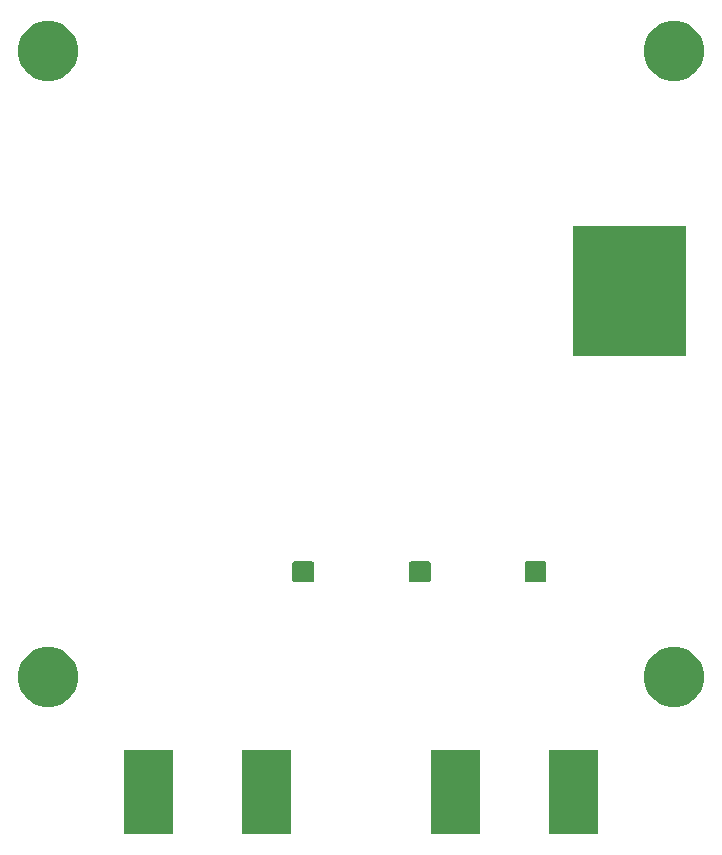
<source format=gbs>
G04 #@! TF.GenerationSoftware,KiCad,Pcbnew,(5.1.4)-1*
G04 #@! TF.CreationDate,2020-03-14T09:34:49+01:00*
G04 #@! TF.ProjectId,wave_gen_amp,77617665-5f67-4656-9e5f-616d702e6b69,rev?*
G04 #@! TF.SameCoordinates,Original*
G04 #@! TF.FileFunction,Soldermask,Bot*
G04 #@! TF.FilePolarity,Negative*
%FSLAX46Y46*%
G04 Gerber Fmt 4.6, Leading zero omitted, Abs format (unit mm)*
G04 Created by KiCad (PCBNEW (5.1.4)-1) date 2020-03-14 09:34:49*
%MOMM*%
%LPD*%
G04 APERTURE LIST*
%ADD10C,0.100000*%
G04 APERTURE END LIST*
D10*
G36*
X176051000Y-125801200D02*
G01*
X171949000Y-125801200D01*
X171949000Y-118699200D01*
X176051000Y-118699200D01*
X176051000Y-125801200D01*
X176051000Y-125801200D01*
G37*
G36*
X150051000Y-125801200D02*
G01*
X145949000Y-125801200D01*
X145949000Y-118699200D01*
X150051000Y-118699200D01*
X150051000Y-125801200D01*
X150051000Y-125801200D01*
G37*
G36*
X160051000Y-125801200D02*
G01*
X155949000Y-125801200D01*
X155949000Y-118699200D01*
X160051000Y-118699200D01*
X160051000Y-125801200D01*
X160051000Y-125801200D01*
G37*
G36*
X186051000Y-125801200D02*
G01*
X181949000Y-125801200D01*
X181949000Y-118699200D01*
X186051000Y-118699200D01*
X186051000Y-125801200D01*
X186051000Y-125801200D01*
G37*
G36*
X140244098Y-110047033D02*
G01*
X140708350Y-110239332D01*
X140708352Y-110239333D01*
X141126168Y-110518509D01*
X141481491Y-110873832D01*
X141760667Y-111291648D01*
X141760668Y-111291650D01*
X141952967Y-111755902D01*
X142051000Y-112248747D01*
X142051000Y-112751253D01*
X141952967Y-113244098D01*
X141760668Y-113708350D01*
X141760667Y-113708352D01*
X141481491Y-114126168D01*
X141126168Y-114481491D01*
X140708352Y-114760667D01*
X140708351Y-114760668D01*
X140708350Y-114760668D01*
X140244098Y-114952967D01*
X139751253Y-115051000D01*
X139248747Y-115051000D01*
X138755902Y-114952967D01*
X138291650Y-114760668D01*
X138291649Y-114760668D01*
X138291648Y-114760667D01*
X137873832Y-114481491D01*
X137518509Y-114126168D01*
X137239333Y-113708352D01*
X137239332Y-113708350D01*
X137047033Y-113244098D01*
X136949000Y-112751253D01*
X136949000Y-112248747D01*
X137047033Y-111755902D01*
X137239332Y-111291650D01*
X137239333Y-111291648D01*
X137518509Y-110873832D01*
X137873832Y-110518509D01*
X138291648Y-110239333D01*
X138291650Y-110239332D01*
X138755902Y-110047033D01*
X139248747Y-109949000D01*
X139751253Y-109949000D01*
X140244098Y-110047033D01*
X140244098Y-110047033D01*
G37*
G36*
X193244098Y-110047033D02*
G01*
X193708350Y-110239332D01*
X193708352Y-110239333D01*
X194126168Y-110518509D01*
X194481491Y-110873832D01*
X194760667Y-111291648D01*
X194760668Y-111291650D01*
X194952967Y-111755902D01*
X195051000Y-112248747D01*
X195051000Y-112751253D01*
X194952967Y-113244098D01*
X194760668Y-113708350D01*
X194760667Y-113708352D01*
X194481491Y-114126168D01*
X194126168Y-114481491D01*
X193708352Y-114760667D01*
X193708351Y-114760668D01*
X193708350Y-114760668D01*
X193244098Y-114952967D01*
X192751253Y-115051000D01*
X192248747Y-115051000D01*
X191755902Y-114952967D01*
X191291650Y-114760668D01*
X191291649Y-114760668D01*
X191291648Y-114760667D01*
X190873832Y-114481491D01*
X190518509Y-114126168D01*
X190239333Y-113708352D01*
X190239332Y-113708350D01*
X190047033Y-113244098D01*
X189949000Y-112751253D01*
X189949000Y-112248747D01*
X190047033Y-111755902D01*
X190239332Y-111291650D01*
X190239333Y-111291648D01*
X190518509Y-110873832D01*
X190873832Y-110518509D01*
X191291648Y-110239333D01*
X191291650Y-110239332D01*
X191755902Y-110047033D01*
X192248747Y-109949000D01*
X192751253Y-109949000D01*
X193244098Y-110047033D01*
X193244098Y-110047033D01*
G37*
G36*
X181558698Y-102702987D02*
G01*
X181591724Y-102713005D01*
X181622159Y-102729273D01*
X181648835Y-102751165D01*
X181670727Y-102777841D01*
X181686995Y-102808276D01*
X181697013Y-102841302D01*
X181701000Y-102881784D01*
X181701000Y-104318216D01*
X181697013Y-104358698D01*
X181686995Y-104391724D01*
X181670727Y-104422159D01*
X181648835Y-104448835D01*
X181622159Y-104470727D01*
X181591724Y-104486995D01*
X181558698Y-104497013D01*
X181518216Y-104501000D01*
X180081784Y-104501000D01*
X180041302Y-104497013D01*
X180008276Y-104486995D01*
X179977841Y-104470727D01*
X179951165Y-104448835D01*
X179929273Y-104422159D01*
X179913005Y-104391724D01*
X179902987Y-104358698D01*
X179899000Y-104318216D01*
X179899000Y-102881784D01*
X179902987Y-102841302D01*
X179913005Y-102808276D01*
X179929273Y-102777841D01*
X179951165Y-102751165D01*
X179977841Y-102729273D01*
X180008276Y-102713005D01*
X180041302Y-102702987D01*
X180081784Y-102699000D01*
X181518216Y-102699000D01*
X181558698Y-102702987D01*
X181558698Y-102702987D01*
G37*
G36*
X171758698Y-102702987D02*
G01*
X171791724Y-102713005D01*
X171822159Y-102729273D01*
X171848835Y-102751165D01*
X171870727Y-102777841D01*
X171886995Y-102808276D01*
X171897013Y-102841302D01*
X171901000Y-102881784D01*
X171901000Y-104318216D01*
X171897013Y-104358698D01*
X171886995Y-104391724D01*
X171870727Y-104422159D01*
X171848835Y-104448835D01*
X171822159Y-104470727D01*
X171791724Y-104486995D01*
X171758698Y-104497013D01*
X171718216Y-104501000D01*
X170281784Y-104501000D01*
X170241302Y-104497013D01*
X170208276Y-104486995D01*
X170177841Y-104470727D01*
X170151165Y-104448835D01*
X170129273Y-104422159D01*
X170113005Y-104391724D01*
X170102987Y-104358698D01*
X170099000Y-104318216D01*
X170099000Y-102881784D01*
X170102987Y-102841302D01*
X170113005Y-102808276D01*
X170129273Y-102777841D01*
X170151165Y-102751165D01*
X170177841Y-102729273D01*
X170208276Y-102713005D01*
X170241302Y-102702987D01*
X170281784Y-102699000D01*
X171718216Y-102699000D01*
X171758698Y-102702987D01*
X171758698Y-102702987D01*
G37*
G36*
X161858698Y-102702987D02*
G01*
X161891724Y-102713005D01*
X161922159Y-102729273D01*
X161948835Y-102751165D01*
X161970727Y-102777841D01*
X161986995Y-102808276D01*
X161997013Y-102841302D01*
X162001000Y-102881784D01*
X162001000Y-104318216D01*
X161997013Y-104358698D01*
X161986995Y-104391724D01*
X161970727Y-104422159D01*
X161948835Y-104448835D01*
X161922159Y-104470727D01*
X161891724Y-104486995D01*
X161858698Y-104497013D01*
X161818216Y-104501000D01*
X160381784Y-104501000D01*
X160341302Y-104497013D01*
X160308276Y-104486995D01*
X160277841Y-104470727D01*
X160251165Y-104448835D01*
X160229273Y-104422159D01*
X160213005Y-104391724D01*
X160202987Y-104358698D01*
X160199000Y-104318216D01*
X160199000Y-102881784D01*
X160202987Y-102841302D01*
X160213005Y-102808276D01*
X160229273Y-102777841D01*
X160251165Y-102751165D01*
X160277841Y-102729273D01*
X160308276Y-102713005D01*
X160341302Y-102702987D01*
X160381784Y-102699000D01*
X161818216Y-102699000D01*
X161858698Y-102702987D01*
X161858698Y-102702987D01*
G37*
G36*
X193551000Y-85351000D02*
G01*
X183949000Y-85351000D01*
X183949000Y-74349000D01*
X193551000Y-74349000D01*
X193551000Y-85351000D01*
X193551000Y-85351000D01*
G37*
G36*
X193244098Y-57047033D02*
G01*
X193708350Y-57239332D01*
X193708352Y-57239333D01*
X194126168Y-57518509D01*
X194481491Y-57873832D01*
X194760667Y-58291648D01*
X194760668Y-58291650D01*
X194952967Y-58755902D01*
X195051000Y-59248747D01*
X195051000Y-59751253D01*
X194952967Y-60244098D01*
X194760668Y-60708350D01*
X194760667Y-60708352D01*
X194481491Y-61126168D01*
X194126168Y-61481491D01*
X193708352Y-61760667D01*
X193708351Y-61760668D01*
X193708350Y-61760668D01*
X193244098Y-61952967D01*
X192751253Y-62051000D01*
X192248747Y-62051000D01*
X191755902Y-61952967D01*
X191291650Y-61760668D01*
X191291649Y-61760668D01*
X191291648Y-61760667D01*
X190873832Y-61481491D01*
X190518509Y-61126168D01*
X190239333Y-60708352D01*
X190239332Y-60708350D01*
X190047033Y-60244098D01*
X189949000Y-59751253D01*
X189949000Y-59248747D01*
X190047033Y-58755902D01*
X190239332Y-58291650D01*
X190239333Y-58291648D01*
X190518509Y-57873832D01*
X190873832Y-57518509D01*
X191291648Y-57239333D01*
X191291650Y-57239332D01*
X191755902Y-57047033D01*
X192248747Y-56949000D01*
X192751253Y-56949000D01*
X193244098Y-57047033D01*
X193244098Y-57047033D01*
G37*
G36*
X140244098Y-57047033D02*
G01*
X140708350Y-57239332D01*
X140708352Y-57239333D01*
X141126168Y-57518509D01*
X141481491Y-57873832D01*
X141760667Y-58291648D01*
X141760668Y-58291650D01*
X141952967Y-58755902D01*
X142051000Y-59248747D01*
X142051000Y-59751253D01*
X141952967Y-60244098D01*
X141760668Y-60708350D01*
X141760667Y-60708352D01*
X141481491Y-61126168D01*
X141126168Y-61481491D01*
X140708352Y-61760667D01*
X140708351Y-61760668D01*
X140708350Y-61760668D01*
X140244098Y-61952967D01*
X139751253Y-62051000D01*
X139248747Y-62051000D01*
X138755902Y-61952967D01*
X138291650Y-61760668D01*
X138291649Y-61760668D01*
X138291648Y-61760667D01*
X137873832Y-61481491D01*
X137518509Y-61126168D01*
X137239333Y-60708352D01*
X137239332Y-60708350D01*
X137047033Y-60244098D01*
X136949000Y-59751253D01*
X136949000Y-59248747D01*
X137047033Y-58755902D01*
X137239332Y-58291650D01*
X137239333Y-58291648D01*
X137518509Y-57873832D01*
X137873832Y-57518509D01*
X138291648Y-57239333D01*
X138291650Y-57239332D01*
X138755902Y-57047033D01*
X139248747Y-56949000D01*
X139751253Y-56949000D01*
X140244098Y-57047033D01*
X140244098Y-57047033D01*
G37*
M02*

</source>
